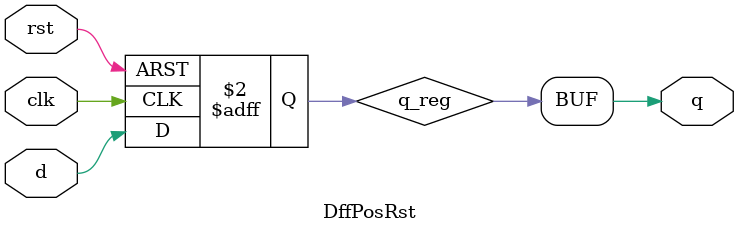
<source format=v>


module DffNegRst #(
    parameter DATA_WIDTH = 1
) (
    input clk,
    input rst_n,

    input  [DATA_WIDTH - 1 : 0] d,
    output [DATA_WIDTH - 1 : 0] q
);

  reg [DATA_WIDTH - 1 : 0] q_reg;

  always @(posedge clk or negedge rst_n) begin
    if (~rst_n) q_reg <= {DATA_WIDTH{1'b0}};
    else q_reg <= d;
  end

  assign q = q_reg;

endmodule

// Dff with asynchronous positive edge reset
module DffPosRst #(
    parameter DATA_WIDTH = 1
) (
    input clk,
    input rst,

    input  [DATA_WIDTH - 1 : 0] d,
    output [DATA_WIDTH - 1 : 0] q
);

  reg [DATA_WIDTH - 1 : 0] q_reg;

  always @(posedge clk or posedge rst) begin
    if (rst) q_reg <= {DATA_WIDTH{1'b0}};
    else q_reg <= d;
  end

  assign q = q_reg;
endmodule

</source>
